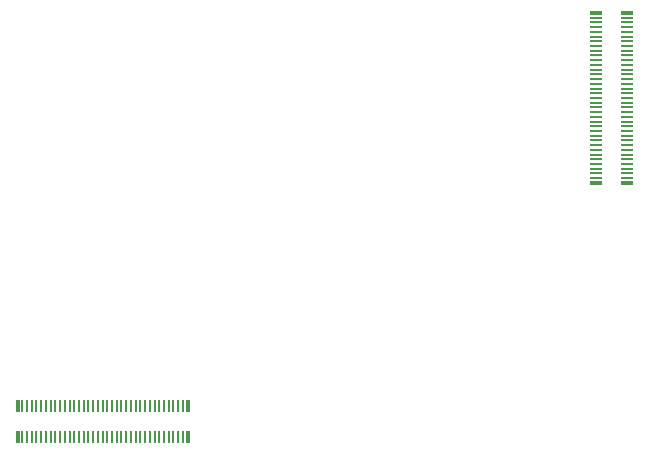
<source format=gbr>
G04 #@! TF.FileFunction,Paste,Bot*
%FSLAX46Y46*%
G04 Gerber Fmt 4.6, Leading zero omitted, Abs format (unit mm)*
G04 Created by KiCad (PCBNEW 4.0.6-e0-6349~53~ubuntu16.04.1) date Tue May  2 19:00:15 2017*
%MOMM*%
%LPD*%
G01*
G04 APERTURE LIST*
%ADD10C,0.100000*%
%ADD11R,0.198120X1.137920*%
%ADD12R,0.350000X1.137920*%
%ADD13R,1.137920X0.198120*%
%ADD14R,1.137920X0.350000*%
G04 APERTURE END LIST*
D10*
D11*
X119341920Y-153373480D03*
X119341920Y-156010000D03*
X118940600Y-153373480D03*
X118940600Y-156010000D03*
X118541820Y-153373480D03*
X118541820Y-156010000D03*
X118140500Y-153373480D03*
X118140500Y-156010000D03*
X117741720Y-153373480D03*
X117741720Y-156010000D03*
X117340400Y-153373480D03*
X117340400Y-156010000D03*
X116941620Y-153373480D03*
X116941620Y-156010000D03*
X116540300Y-153373480D03*
X116540300Y-156010000D03*
X116141520Y-153373480D03*
X116141520Y-156010000D03*
X115740200Y-153373480D03*
X115740200Y-156010000D03*
X115341420Y-153373480D03*
X115341420Y-156010000D03*
X114940100Y-153373480D03*
X114940100Y-156010000D03*
X114541320Y-153373480D03*
X114541320Y-156010000D03*
X114140000Y-153373480D03*
X114140000Y-156010000D03*
X113741220Y-153373480D03*
X113741220Y-156010000D03*
X113339900Y-153373480D03*
X113339900Y-156010000D03*
X112941120Y-153373480D03*
X112941120Y-156010000D03*
X112542340Y-153373480D03*
X112542340Y-156010000D03*
X112143560Y-153373480D03*
X112143560Y-156010000D03*
X111744780Y-153373480D03*
X111744780Y-156010000D03*
X111343460Y-153373480D03*
X111343460Y-156010000D03*
X110944680Y-153373480D03*
X110944680Y-156010000D03*
X110543360Y-153373480D03*
X110543360Y-156010000D03*
X110144580Y-153373480D03*
X110144580Y-156010000D03*
X109743260Y-153373480D03*
X109743260Y-156010000D03*
X109344480Y-153373480D03*
X109344480Y-156010000D03*
X108943160Y-153373480D03*
X108943160Y-156010000D03*
X108544380Y-153373480D03*
X108544380Y-156010000D03*
X108143060Y-153373480D03*
X108143060Y-156010000D03*
X107744280Y-153373480D03*
X107744280Y-156010000D03*
X107342960Y-153373480D03*
X107342960Y-156010000D03*
X106944180Y-153373480D03*
X106944180Y-156010000D03*
X106542860Y-153373480D03*
X106542860Y-156010000D03*
X106144080Y-153373480D03*
X106144080Y-156010000D03*
X105742760Y-153373480D03*
X105742760Y-156010000D03*
D12*
X105342760Y-153373480D03*
X105342760Y-156010000D03*
X119742760Y-156010000D03*
X119742760Y-153373480D03*
D13*
X156972000Y-134063740D03*
X154335480Y-134063740D03*
X156972000Y-133662420D03*
X154335480Y-133662420D03*
X156972000Y-133263640D03*
X154335480Y-133263640D03*
X156972000Y-132862320D03*
X154335480Y-132862320D03*
X156972000Y-132463540D03*
X154335480Y-132463540D03*
X156972000Y-132062220D03*
X154335480Y-132062220D03*
X156972000Y-131663440D03*
X154335480Y-131663440D03*
X156972000Y-131262120D03*
X154335480Y-131262120D03*
X156972000Y-130863340D03*
X154335480Y-130863340D03*
X156972000Y-130462020D03*
X154335480Y-130462020D03*
X156972000Y-130063240D03*
X154335480Y-130063240D03*
X156972000Y-129661920D03*
X154335480Y-129661920D03*
X156972000Y-129263140D03*
X154335480Y-129263140D03*
X156972000Y-128861820D03*
X154335480Y-128861820D03*
X156972000Y-128463040D03*
X154335480Y-128463040D03*
X156972000Y-128061720D03*
X154335480Y-128061720D03*
X156972000Y-127662940D03*
X154335480Y-127662940D03*
X156972000Y-127264160D03*
X154335480Y-127264160D03*
X156972000Y-126865380D03*
X154335480Y-126865380D03*
X156972000Y-126466600D03*
X154335480Y-126466600D03*
X156972000Y-126065280D03*
X154335480Y-126065280D03*
X156972000Y-125666500D03*
X154335480Y-125666500D03*
X156972000Y-125265180D03*
X154335480Y-125265180D03*
X156972000Y-124866400D03*
X154335480Y-124866400D03*
X156972000Y-124465080D03*
X154335480Y-124465080D03*
X156972000Y-124066300D03*
X154335480Y-124066300D03*
X156972000Y-123664980D03*
X154335480Y-123664980D03*
X156972000Y-123266200D03*
X154335480Y-123266200D03*
X156972000Y-122864880D03*
X154335480Y-122864880D03*
X156972000Y-122466100D03*
X154335480Y-122466100D03*
X156972000Y-122064780D03*
X154335480Y-122064780D03*
X156972000Y-121666000D03*
X154335480Y-121666000D03*
X156972000Y-121264680D03*
X154335480Y-121264680D03*
X156972000Y-120865900D03*
X154335480Y-120865900D03*
X156972000Y-120464580D03*
X154335480Y-120464580D03*
D14*
X156972000Y-120064580D03*
X154335480Y-120064580D03*
X154335480Y-134464580D03*
X156972000Y-134464580D03*
M02*

</source>
